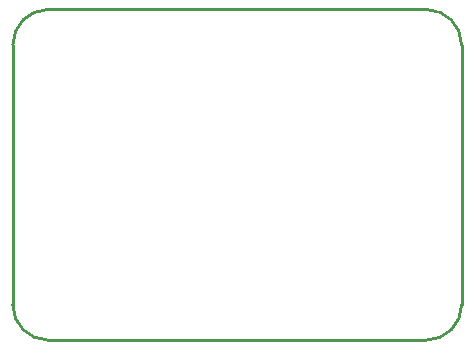
<source format=gm1>
G04*
G04 #@! TF.GenerationSoftware,Altium Limited,Altium Designer,19.1.5 (86)*
G04*
G04 Layer_Color=16711935*
%FSLAX25Y25*%
%MOIN*%
G70*
G01*
G75*
%ADD10C,0.01000*%
D10*
X149606Y102362D02*
G03*
X137795Y114173I-11811J0D01*
G01*
Y3937D02*
G03*
X149606Y15748I0J11811D01*
G01*
X11811Y114173D02*
G03*
X-0Y102362I0J-11811D01*
G01*
X0Y15748D02*
G03*
X11811Y3937I11811J0D01*
G01*
Y114173D02*
X137795D01*
X0Y15748D02*
Y102362D01*
X11811Y3937D02*
X137795D01*
X149606Y15748D02*
Y102362D01*
M02*

</source>
